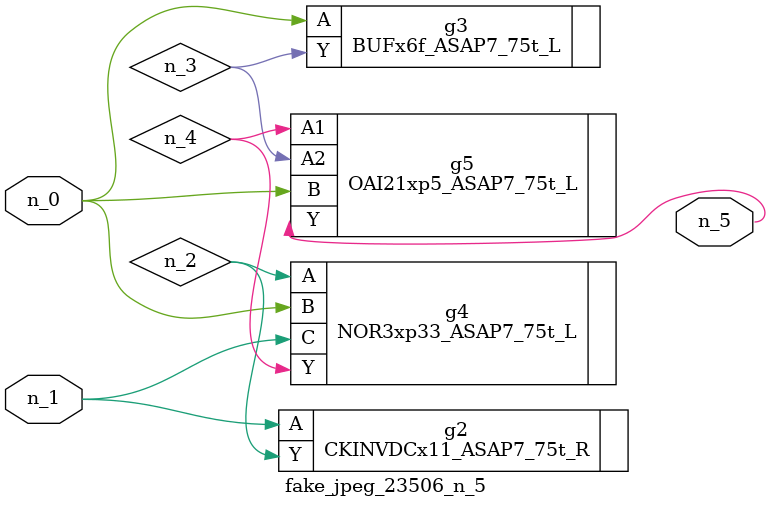
<source format=v>
module fake_jpeg_23506_n_5 (n_0, n_1, n_5);

input n_0;
input n_1;

output n_5;

wire n_3;
wire n_2;
wire n_4;

CKINVDCx11_ASAP7_75t_R g2 ( 
.A(n_1),
.Y(n_2)
);

BUFx6f_ASAP7_75t_L g3 ( 
.A(n_0),
.Y(n_3)
);

NOR3xp33_ASAP7_75t_L g4 ( 
.A(n_2),
.B(n_0),
.C(n_1),
.Y(n_4)
);

OAI21xp5_ASAP7_75t_L g5 ( 
.A1(n_4),
.A2(n_3),
.B(n_0),
.Y(n_5)
);


endmodule
</source>
